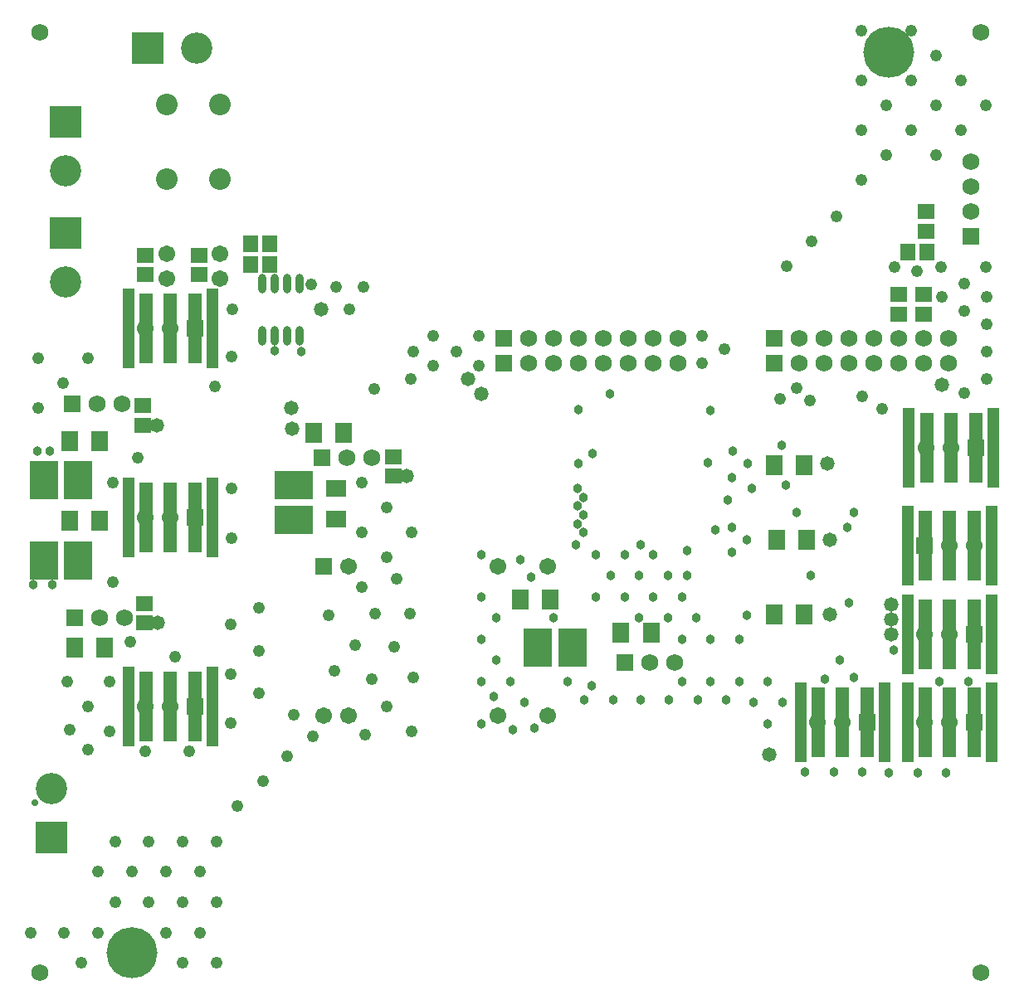
<source format=gbr>
G04 Layer_Color=8388736*
%FSLAX26Y26*%
%MOIN*%
%TF.FileFunction,Soldermask,Top*%
%TF.Part,Single*%
G01*
G75*
%TA.AperFunction,SMDPad,CuDef*%
%ADD53R,0.067055X0.082803*%
%ADD54R,0.082803X0.067055*%
%ADD55R,0.115087X0.156425*%
%ADD56R,0.156425X0.115087*%
%ADD57R,0.056819X0.283591*%
%ADD58R,0.051307X0.322961*%
%TA.AperFunction,ConnectorPad*%
%ADD59R,0.056819X0.283591*%
%ADD60R,0.051307X0.322961*%
%TA.AperFunction,SMDPad,CuDef*%
%ADD61R,0.067055X0.063118*%
%ADD62R,0.063118X0.067055*%
%ADD63O,0.031622X0.078866*%
%TA.AperFunction,WasherPad*%
%ADD64C,0.068000*%
%TA.AperFunction,ViaPad*%
%ADD65C,0.204850*%
%TA.AperFunction,ComponentPad*%
%ADD66R,0.126110X0.126110*%
%ADD67C,0.126110*%
%ADD68R,0.126110X0.126110*%
%ADD69C,0.067055*%
%ADD70R,0.067055X0.067055*%
%ADD71C,0.068000*%
%ADD72R,0.068000X0.068000*%
%ADD73R,0.068000X0.068000*%
%ADD74R,0.067055X0.067055*%
%ADD75C,0.086740*%
%TA.AperFunction,ViaPad*%
%ADD76C,0.048000*%
%ADD77C,0.058000*%
%ADD78C,0.038000*%
%ADD79C,0.028000*%
D53*
X241024Y1815000D02*
D03*
X118976D02*
D03*
X241024Y2135000D02*
D03*
X118976D02*
D03*
X2051024Y1500000D02*
D03*
X1928976D02*
D03*
X2456024Y1365000D02*
D03*
X2333976D02*
D03*
X261024Y1307000D02*
D03*
X138976D02*
D03*
X2948976Y2039685D02*
D03*
X3071024D02*
D03*
X1221024Y2170000D02*
D03*
X1098976D02*
D03*
X2958976Y1740000D02*
D03*
X3081024D02*
D03*
X2948976Y1440000D02*
D03*
X3071024D02*
D03*
D54*
X1190000Y1946024D02*
D03*
Y1823976D02*
D03*
D55*
X154685Y1980000D02*
D03*
X15315D02*
D03*
X2139685Y1305000D02*
D03*
X2000315D02*
D03*
X154685Y1655000D02*
D03*
X15315D02*
D03*
D56*
X1020000Y1959685D02*
D03*
Y1820315D02*
D03*
D57*
X525002Y2590000D02*
D03*
X623427D02*
D03*
X426577D02*
D03*
X525002Y1830500D02*
D03*
X623427D02*
D03*
X426577D02*
D03*
X525002Y1071000D02*
D03*
X623427D02*
D03*
X426577D02*
D03*
X3225001Y1005000D02*
D03*
X3323427D02*
D03*
X3126576D02*
D03*
D58*
X355514Y2590000D02*
D03*
X694490D02*
D03*
X355514Y1830500D02*
D03*
X694490D02*
D03*
X355514Y1071000D02*
D03*
X694490D02*
D03*
X3055513Y1005000D02*
D03*
X3394490D02*
D03*
D59*
X3661001Y2110000D02*
D03*
X3759426D02*
D03*
X3562576D02*
D03*
X3654996Y1715000D02*
D03*
X3556571D02*
D03*
X3753421D02*
D03*
X3654999Y1005000D02*
D03*
X3753424D02*
D03*
X3556573D02*
D03*
X3654999Y1360413D02*
D03*
X3753424D02*
D03*
X3556573D02*
D03*
D60*
X3491513Y2110000D02*
D03*
X3830489D02*
D03*
X3824484Y1715000D02*
D03*
X3485508D02*
D03*
X3485510Y1005000D02*
D03*
X3824487D02*
D03*
X3485510Y1360413D02*
D03*
X3824487D02*
D03*
D61*
X415000Y2279370D02*
D03*
Y2200630D02*
D03*
X420000Y1484370D02*
D03*
Y1405630D02*
D03*
X1420000Y2074370D02*
D03*
Y1995630D02*
D03*
X425000Y2805630D02*
D03*
Y2884370D02*
D03*
X3560000Y2980630D02*
D03*
Y3059370D02*
D03*
X640000Y2805630D02*
D03*
Y2884370D02*
D03*
X3550000Y2646630D02*
D03*
Y2725370D02*
D03*
X3451000Y2646630D02*
D03*
Y2725370D02*
D03*
D62*
X845630Y2930000D02*
D03*
X924370D02*
D03*
X3485630Y2895000D02*
D03*
X3564370D02*
D03*
X845630Y2845000D02*
D03*
X924370D02*
D03*
D63*
X894685Y2560669D02*
D03*
X944685D02*
D03*
X994685D02*
D03*
X1044685D02*
D03*
X894685Y2769331D02*
D03*
X944685D02*
D03*
X994685D02*
D03*
X1044685D02*
D03*
D64*
X0Y3779528D02*
D03*
X3779526D02*
D03*
Y0D02*
D03*
X0D02*
D03*
D65*
X371000Y81000D02*
D03*
X3408526Y3698528D02*
D03*
D66*
X46000Y542575D02*
D03*
X102665Y3418425D02*
D03*
Y2973425D02*
D03*
D67*
X46000Y739425D02*
D03*
X630553Y3715000D02*
D03*
X102665Y3221575D02*
D03*
Y2776575D02*
D03*
D68*
X433703Y3715000D02*
D03*
D69*
X425002Y2590000D02*
D03*
X525002D02*
D03*
X425002Y1830500D02*
D03*
X525002D02*
D03*
X425002Y1071000D02*
D03*
X525002D02*
D03*
X3561001Y2110000D02*
D03*
X3661001D02*
D03*
X3754996Y1715000D02*
D03*
X3654996D02*
D03*
X3125001Y1005000D02*
D03*
X3225001D02*
D03*
X3554999Y1005000D02*
D03*
X3654999D02*
D03*
X3554999Y1360413D02*
D03*
X3654999D02*
D03*
X2041000Y1634000D02*
D03*
X1841000D02*
D03*
X1241000D02*
D03*
X1141000Y1034000D02*
D03*
X2041000D02*
D03*
X1841000D02*
D03*
X1241000D02*
D03*
X508787Y2890000D02*
D03*
Y2790000D02*
D03*
X723787Y2890000D02*
D03*
Y2790000D02*
D03*
D70*
X625002Y2590000D02*
D03*
Y1830500D02*
D03*
Y1071000D02*
D03*
X3761001Y2110000D02*
D03*
X3554996Y1715000D02*
D03*
X3325001Y1005000D02*
D03*
X3754999Y1005000D02*
D03*
Y1360413D02*
D03*
D71*
X2065000Y2550000D02*
D03*
X1965000D02*
D03*
X2565000D02*
D03*
X2465000D02*
D03*
X2365000D02*
D03*
X2265000D02*
D03*
X2165000D02*
D03*
X2065000Y2450000D02*
D03*
X1965000D02*
D03*
X2565000D02*
D03*
X2465000D02*
D03*
X2365000D02*
D03*
X2265000D02*
D03*
X2165000D02*
D03*
X3150000D02*
D03*
X3050000D02*
D03*
X3650000D02*
D03*
X3550000D02*
D03*
X3450000D02*
D03*
X3350000D02*
D03*
X3250000D02*
D03*
X3740000Y3060000D02*
D03*
Y3160000D02*
D03*
Y3260000D02*
D03*
X3150000Y2550000D02*
D03*
X3050000D02*
D03*
X3650000D02*
D03*
X3550000D02*
D03*
X3450000D02*
D03*
X3350000D02*
D03*
X3250000D02*
D03*
X230000Y2285000D02*
D03*
X330000D02*
D03*
X2450000Y1245000D02*
D03*
X2550000D02*
D03*
X239843Y1427000D02*
D03*
X339842D02*
D03*
X1234000Y2069000D02*
D03*
X1334000D02*
D03*
D72*
X1865000Y2550000D02*
D03*
Y2450000D02*
D03*
X2950000D02*
D03*
Y2550000D02*
D03*
X130000Y2285000D02*
D03*
X2350000Y1245000D02*
D03*
X139843Y1427000D02*
D03*
X1134000Y2069000D02*
D03*
D73*
X3740000Y2960000D02*
D03*
D74*
X1141000Y1634000D02*
D03*
D75*
X508787Y3490000D02*
D03*
Y3190000D02*
D03*
X723787Y3490000D02*
D03*
Y3190000D02*
D03*
D76*
X3522000Y2821000D02*
D03*
X770000Y1945000D02*
D03*
Y1745000D02*
D03*
X1425000Y1311000D02*
D03*
X1295000Y1549000D02*
D03*
X545000Y1270000D02*
D03*
X362000Y1331000D02*
D03*
X705000Y2355000D02*
D03*
X770000Y2475000D02*
D03*
X775000Y2665000D02*
D03*
X-5000Y2270000D02*
D03*
X195000Y2470000D02*
D03*
X95000Y2370000D02*
D03*
X-5000Y2470000D02*
D03*
X395000Y2070000D02*
D03*
X295000Y1970000D02*
D03*
Y1570000D02*
D03*
X765353Y1400527D02*
D03*
Y1200527D02*
D03*
Y1002696D02*
D03*
X600000Y890000D02*
D03*
X425000D02*
D03*
X110000Y1170000D02*
D03*
X120000Y975000D02*
D03*
X280000Y1170000D02*
D03*
Y970000D02*
D03*
X195000Y1070000D02*
D03*
Y895000D02*
D03*
X795000Y670000D02*
D03*
X898000Y771000D02*
D03*
X995000Y870000D02*
D03*
X879000Y1124000D02*
D03*
X880000Y1293000D02*
D03*
X1295000Y1970000D02*
D03*
X1395000Y1870000D02*
D03*
X1295000Y1770000D02*
D03*
X1495000D02*
D03*
X1395000Y1670000D02*
D03*
X1435000Y1582000D02*
D03*
X1347000Y1443000D02*
D03*
X1488000D02*
D03*
X1266000Y1316000D02*
D03*
X1332000Y1179000D02*
D03*
X1395000Y1070000D02*
D03*
X1185000Y1213000D02*
D03*
X1159000Y1437000D02*
D03*
X879000Y1465000D02*
D03*
X1501000Y1188000D02*
D03*
X1097000Y951000D02*
D03*
X1308000Y955000D02*
D03*
X1495000Y970000D02*
D03*
X1090000Y2765000D02*
D03*
X1190000Y2755000D02*
D03*
X1245000Y2665000D02*
D03*
X1300000Y2755000D02*
D03*
X1345000Y2345000D02*
D03*
X1500000Y2495000D02*
D03*
X1490000Y2385000D02*
D03*
X1675000Y2495000D02*
D03*
X1765000Y2560000D02*
D03*
X1580000D02*
D03*
Y2440000D02*
D03*
X1765000D02*
D03*
X2750000Y2505000D02*
D03*
X2660000Y2560000D02*
D03*
Y2450000D02*
D03*
X3095000Y2300000D02*
D03*
X3040000Y2350000D02*
D03*
X2975000Y2305000D02*
D03*
X3385000Y2265000D02*
D03*
X3305000Y2315000D02*
D03*
X3715000Y2330000D02*
D03*
X3805000Y2385000D02*
D03*
Y2495000D02*
D03*
Y2605000D02*
D03*
X3715000Y2660000D02*
D03*
X3805000Y2715000D02*
D03*
X3435000Y2835000D02*
D03*
X3625000Y2715000D02*
D03*
X3620000Y2835000D02*
D03*
X3800000D02*
D03*
X3715000Y2770000D02*
D03*
X3100000Y2940000D02*
D03*
X3000000Y2840000D02*
D03*
X3200000Y3040000D02*
D03*
X3300000Y3185000D02*
D03*
X3400000Y3285000D02*
D03*
X3600000D02*
D03*
X3800000Y3485000D02*
D03*
X3700000Y3385000D02*
D03*
X3500000D02*
D03*
X3300000D02*
D03*
X3700000Y3585000D02*
D03*
X3300000Y3785000D02*
D03*
X3500000D02*
D03*
X3600000Y3685000D02*
D03*
Y3485000D02*
D03*
X3500000Y3585000D02*
D03*
X3400000Y3485000D02*
D03*
X3300000Y3585000D02*
D03*
X1019000Y1037000D02*
D03*
X710000Y527000D02*
D03*
X574000D02*
D03*
X506000Y405000D02*
D03*
X642000D02*
D03*
X370000D02*
D03*
X438000Y527000D02*
D03*
Y283000D02*
D03*
X710000D02*
D03*
X574000D02*
D03*
X370000Y161000D02*
D03*
X642000D02*
D03*
X506000D02*
D03*
X438000Y39000D02*
D03*
X710000D02*
D03*
X574000D02*
D03*
X302000Y283000D02*
D03*
Y527000D02*
D03*
Y39000D02*
D03*
X234000Y405000D02*
D03*
Y161000D02*
D03*
X98000D02*
D03*
X-38000D02*
D03*
X166000Y39000D02*
D03*
D77*
X3625000Y2364000D02*
D03*
X3420000Y1420000D02*
D03*
X1475000Y1995000D02*
D03*
X1015000Y2185000D02*
D03*
X1775000Y2325000D02*
D03*
X1720000Y2385000D02*
D03*
X2930000Y875000D02*
D03*
X3175000Y1440000D02*
D03*
Y1740000D02*
D03*
X3165000Y2045000D02*
D03*
X3420000Y1480000D02*
D03*
Y1360000D02*
D03*
X475000Y1405000D02*
D03*
X470000Y2199882D02*
D03*
X1129685Y2665000D02*
D03*
X1010000Y2270000D02*
D03*
D78*
X943000Y2499000D02*
D03*
X3640245Y804054D02*
D03*
X3075000Y805000D02*
D03*
X3190000D02*
D03*
X3305000D02*
D03*
X2980000Y2120394D02*
D03*
X1899755Y976451D02*
D03*
X1775000Y1000000D02*
D03*
X1986976Y981976D02*
D03*
X2810000Y1170000D02*
D03*
X2695000D02*
D03*
X2580000D02*
D03*
X2757500Y1095000D02*
D03*
X2642500D02*
D03*
X2216976Y1151976D02*
D03*
X1775000Y1170000D02*
D03*
X1822745Y1108550D02*
D03*
X1832500Y1255000D02*
D03*
X1890000Y1170000D02*
D03*
X1947500Y1085000D02*
D03*
X2187500Y1095000D02*
D03*
X2302500D02*
D03*
X2412500D02*
D03*
X2527500D02*
D03*
X2120000Y1170000D02*
D03*
X3155000Y1180000D02*
D03*
X2982500Y1085000D02*
D03*
X2925000Y1170000D02*
D03*
X2867500Y1085000D02*
D03*
X3270000Y1185000D02*
D03*
X3212500Y1255000D02*
D03*
X3430000Y1295000D02*
D03*
X3615000Y1170000D02*
D03*
X3730000D02*
D03*
X3525245Y804054D02*
D03*
X3410245D02*
D03*
X2925000Y1000000D02*
D03*
X3097500Y1595000D02*
D03*
X3270000Y1850000D02*
D03*
X3040000D02*
D03*
X2998189Y1958976D02*
D03*
X2220000Y2085000D02*
D03*
X2715000Y1780000D02*
D03*
X2522500Y1595000D02*
D03*
X2580000Y1510000D02*
D03*
X2637500Y1425000D02*
D03*
X2465000Y1680000D02*
D03*
X2350000D02*
D03*
X2235000D02*
D03*
X2407500Y1595000D02*
D03*
X2292500D02*
D03*
X2465000Y1510000D02*
D03*
X2350000D02*
D03*
X2235000D02*
D03*
X1775000D02*
D03*
Y1340000D02*
D03*
X1832500Y1425000D02*
D03*
X2062500D02*
D03*
X2407500D02*
D03*
X2810000Y1340000D02*
D03*
X2695000D02*
D03*
X2522500Y1425000D02*
D03*
X2580000Y1340000D02*
D03*
X1971995Y1590000D02*
D03*
X1775000Y1680000D02*
D03*
X1930000Y1660000D02*
D03*
X2695000Y2260000D02*
D03*
X2165000Y2261535D02*
D03*
X2290000Y2325000D02*
D03*
X2155000Y1720000D02*
D03*
X2415000D02*
D03*
X2685000Y2050000D02*
D03*
X2165000Y2045000D02*
D03*
X2845000D02*
D03*
X2840000Y1740000D02*
D03*
Y1435000D02*
D03*
X2600000Y1595000D02*
D03*
Y1695000D02*
D03*
X2780000Y1690000D02*
D03*
Y1790000D02*
D03*
X2785000Y2095000D02*
D03*
X2780000Y1990000D02*
D03*
X2765000Y1899645D02*
D03*
X2860000Y1945000D02*
D03*
X2185000Y1768224D02*
D03*
X2160000Y1803579D02*
D03*
X2185000Y1840000D02*
D03*
Y1910000D02*
D03*
X2160000Y1875000D02*
D03*
Y1945000D02*
D03*
X3250000Y1485000D02*
D03*
X3245000Y1790000D02*
D03*
X-10000Y2095000D02*
D03*
X40000D02*
D03*
X-25000Y1560000D02*
D03*
X50000D02*
D03*
X1049685Y2495000D02*
D03*
D79*
X-20000Y684000D02*
D03*
%TF.MD5,1b5bc555572d81b61251ee06e3a70d05*%
M02*

</source>
